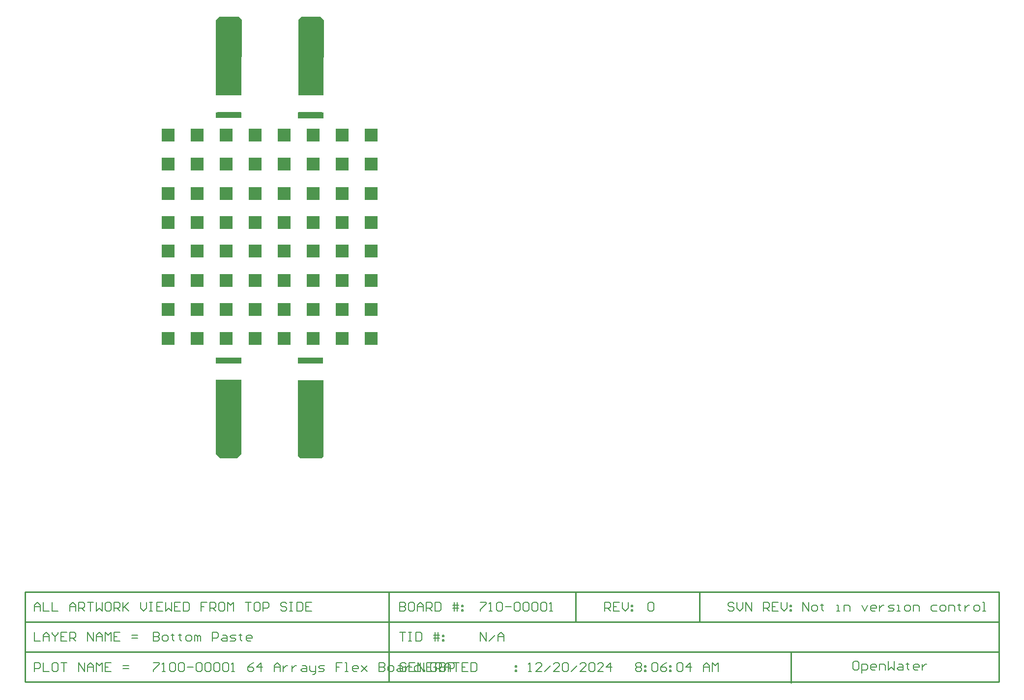
<source format=gbp>
G04*
G04 #@! TF.GenerationSoftware,Altium Limited,Altium Designer,24.3.1 (35)*
G04*
G04 Layer_Color=128*
%FSAX25Y25*%
%MOIN*%
G70*
G04*
G04 #@! TF.SameCoordinates,FD1E8778-55F6-401F-AF26-4ACC28CE7946*
G04*
G04*
G04 #@! TF.FilePolarity,Positive*
G04*
G01*
G75*
%ADD11C,0.01000*%
%ADD14C,0.00800*%
%ADD29R,0.09000X0.09000*%
%ADD30R,0.16000X0.04000*%
G36*
X0169405Y0244831D02*
X0186576D01*
Y0194405D01*
X0183703Y0191532D01*
X0172080Y0191532D01*
X0169140Y0194471D01*
X0169405Y0244831D01*
D02*
G37*
G36*
X0186494Y0255923D02*
X0169284D01*
Y0259923D01*
X0186515D01*
X0186494Y0255923D01*
D02*
G37*
G36*
X0225107Y0244531D02*
X0242276D01*
X0242276Y0192728D01*
X0240979Y0191431D01*
X0226479D01*
X0224836Y0193075D01*
X0225107Y0244531D01*
D02*
G37*
G36*
X0242096Y0255923D02*
X0224886D01*
Y0259931D01*
X0242117D01*
X0242096Y0255923D01*
D02*
G37*
G36*
X0186661Y0422532D02*
X0169467D01*
Y0426174D01*
X0186680D01*
X0186661Y0422532D01*
D02*
G37*
G36*
X0186549Y0437758D02*
X0169383D01*
X0169383Y0489035D01*
X0171580Y0491231D01*
X0184920D01*
X0186821Y0489330D01*
X0186549Y0437758D01*
D02*
G37*
G36*
X0242261Y0422331D02*
X0225067D01*
Y0426174D01*
X0242281D01*
X0242261Y0422331D01*
D02*
G37*
G36*
X0242351Y0437961D02*
X0225183D01*
Y0489253D01*
X0227161Y0491231D01*
X0240179Y0491231D01*
X0242619Y0488792D01*
X0242351Y0437961D01*
D02*
G37*
G54D11*
X0497200Y0080717D02*
Y0101050D01*
X0413200Y0080717D02*
Y0101050D01*
X0040000Y0080717D02*
X0700200D01*
X0040000Y0060383D02*
X0700000D01*
X0040000Y0040050D02*
X0440500D01*
X0040050Y0101050D02*
X0700200D01*
X0040050Y0040050D02*
Y0101050D01*
Y0040050D02*
X0197600D01*
X0040000D02*
Y0101050D01*
X0286500Y0040050D02*
Y0101050D01*
X0700200Y0040050D02*
Y0101050D01*
X0440500Y0040050D02*
X0700200D01*
X0559400Y0039400D02*
Y0059683D01*
G54D14*
X0126900Y0073549D02*
Y0067551D01*
X0129899D01*
X0130899Y0068550D01*
Y0069550D01*
X0129899Y0070550D01*
X0126900D01*
X0129899D01*
X0130899Y0071549D01*
Y0072549D01*
X0129899Y0073549D01*
X0126900D01*
X0133898Y0067551D02*
X0135897D01*
X0136897Y0068550D01*
Y0070550D01*
X0135897Y0071549D01*
X0133898D01*
X0132898Y0070550D01*
Y0068550D01*
X0133898Y0067551D01*
X0139896Y0072549D02*
Y0071549D01*
X0138896D01*
X0140895D01*
X0139896D01*
Y0068550D01*
X0140895Y0067551D01*
X0144894Y0072549D02*
Y0071549D01*
X0143895D01*
X0145894D01*
X0144894D01*
Y0068550D01*
X0145894Y0067551D01*
X0149893D02*
X0151892D01*
X0152892Y0068550D01*
Y0070550D01*
X0151892Y0071549D01*
X0149893D01*
X0148893Y0070550D01*
Y0068550D01*
X0149893Y0067551D01*
X0154891D02*
Y0071549D01*
X0155891D01*
X0156890Y0070550D01*
Y0067551D01*
Y0070550D01*
X0157890Y0071549D01*
X0158890Y0070550D01*
Y0067551D01*
X0166887D02*
Y0073549D01*
X0169886D01*
X0170886Y0072549D01*
Y0070550D01*
X0169886Y0069550D01*
X0166887D01*
X0173885Y0071549D02*
X0175884D01*
X0176884Y0070550D01*
Y0067551D01*
X0173885D01*
X0172885Y0068550D01*
X0173885Y0069550D01*
X0176884D01*
X0178883Y0067551D02*
X0181882D01*
X0182882Y0068550D01*
X0181882Y0069550D01*
X0179883D01*
X0178883Y0070550D01*
X0179883Y0071549D01*
X0182882D01*
X0185881Y0072549D02*
Y0071549D01*
X0184881D01*
X0186881D01*
X0185881D01*
Y0068550D01*
X0186881Y0067551D01*
X0192879D02*
X0190879D01*
X0189880Y0068550D01*
Y0070550D01*
X0190879Y0071549D01*
X0192879D01*
X0193878Y0070550D01*
Y0069550D01*
X0189880D01*
X0567400Y0087833D02*
Y0093831D01*
X0571399Y0087833D01*
Y0093831D01*
X0574398Y0087833D02*
X0576397D01*
X0577397Y0088833D01*
Y0090832D01*
X0576397Y0091832D01*
X0574398D01*
X0573398Y0090832D01*
Y0088833D01*
X0574398Y0087833D01*
X0580396Y0092832D02*
Y0091832D01*
X0579396D01*
X0581395D01*
X0580396D01*
Y0088833D01*
X0581395Y0087833D01*
X0590393D02*
X0592392D01*
X0591392D01*
Y0091832D01*
X0590393D01*
X0595391Y0087833D02*
Y0091832D01*
X0598390D01*
X0599390Y0090832D01*
Y0087833D01*
X0607387Y0091832D02*
X0609386Y0087833D01*
X0611386Y0091832D01*
X0616384Y0087833D02*
X0614385D01*
X0613385Y0088833D01*
Y0090832D01*
X0614385Y0091832D01*
X0616384D01*
X0617384Y0090832D01*
Y0089833D01*
X0613385D01*
X0619383Y0091832D02*
Y0087833D01*
Y0089833D01*
X0620383Y0090832D01*
X0621383Y0091832D01*
X0622382D01*
X0625381Y0087833D02*
X0628380D01*
X0629380Y0088833D01*
X0628380Y0089833D01*
X0626381D01*
X0625381Y0090832D01*
X0626381Y0091832D01*
X0629380D01*
X0631379Y0087833D02*
X0633379D01*
X0632379D01*
Y0091832D01*
X0631379D01*
X0637377Y0087833D02*
X0639377D01*
X0640376Y0088833D01*
Y0090832D01*
X0639377Y0091832D01*
X0637377D01*
X0636378Y0090832D01*
Y0088833D01*
X0637377Y0087833D01*
X0642376D02*
Y0091832D01*
X0645375D01*
X0646374Y0090832D01*
Y0087833D01*
X0658371Y0091832D02*
X0655372D01*
X0654372Y0090832D01*
Y0088833D01*
X0655372Y0087833D01*
X0658371D01*
X0661370D02*
X0663369D01*
X0664369Y0088833D01*
Y0090832D01*
X0663369Y0091832D01*
X0661370D01*
X0660370Y0090832D01*
Y0088833D01*
X0661370Y0087833D01*
X0666368D02*
Y0091832D01*
X0669367D01*
X0670367Y0090832D01*
Y0087833D01*
X0673366Y0092832D02*
Y0091832D01*
X0672366D01*
X0674365D01*
X0673366D01*
Y0088833D01*
X0674365Y0087833D01*
X0677364Y0091832D02*
Y0087833D01*
Y0089833D01*
X0678364Y0090832D01*
X0679364Y0091832D01*
X0680364D01*
X0684362Y0087833D02*
X0686362D01*
X0687361Y0088833D01*
Y0090832D01*
X0686362Y0091832D01*
X0684362D01*
X0683362Y0090832D01*
Y0088833D01*
X0684362Y0087833D01*
X0689361D02*
X0691360D01*
X0690360D01*
Y0093831D01*
X0689361D01*
X0520799Y0092832D02*
X0519799Y0093831D01*
X0517800D01*
X0516800Y0092832D01*
Y0091832D01*
X0517800Y0090832D01*
X0519799D01*
X0520799Y0089833D01*
Y0088833D01*
X0519799Y0087833D01*
X0517800D01*
X0516800Y0088833D01*
X0522798Y0093831D02*
Y0089833D01*
X0524797Y0087833D01*
X0526797Y0089833D01*
Y0093831D01*
X0528796Y0087833D02*
Y0093831D01*
X0532795Y0087833D01*
Y0093831D01*
X0540792Y0087833D02*
Y0093831D01*
X0543791D01*
X0544791Y0092832D01*
Y0090832D01*
X0543791Y0089833D01*
X0540792D01*
X0542792D02*
X0544791Y0087833D01*
X0550789Y0093831D02*
X0546790D01*
Y0087833D01*
X0550789D01*
X0546790Y0090832D02*
X0548790D01*
X0552788Y0093831D02*
Y0089833D01*
X0554788Y0087833D01*
X0556787Y0089833D01*
Y0093831D01*
X0558786Y0091832D02*
X0559786D01*
Y0090832D01*
X0558786D01*
Y0091832D01*
Y0088833D02*
X0559786D01*
Y0087833D01*
X0558786D01*
Y0088833D01*
X0433000Y0087833D02*
Y0093831D01*
X0435999D01*
X0436999Y0092832D01*
Y0090832D01*
X0435999Y0089833D01*
X0433000D01*
X0434999D02*
X0436999Y0087833D01*
X0442997Y0093831D02*
X0438998D01*
Y0087833D01*
X0442997D01*
X0438998Y0090832D02*
X0440997D01*
X0444996Y0093831D02*
Y0089833D01*
X0446995Y0087833D01*
X0448995Y0089833D01*
Y0093831D01*
X0450994Y0091832D02*
X0451994D01*
Y0090832D01*
X0450994D01*
Y0091832D01*
Y0088833D02*
X0451994D01*
Y0087833D01*
X0450994D01*
Y0088833D01*
X0126900Y0052965D02*
X0130899D01*
Y0051965D01*
X0126900Y0047966D01*
Y0046966D01*
X0132898D02*
X0134897D01*
X0133898D01*
Y0052965D01*
X0132898Y0051965D01*
X0137896D02*
X0138896Y0052965D01*
X0140895D01*
X0141895Y0051965D01*
Y0047966D01*
X0140895Y0046966D01*
X0138896D01*
X0137896Y0047966D01*
Y0051965D01*
X0143895D02*
X0144894Y0052965D01*
X0146894D01*
X0147893Y0051965D01*
Y0047966D01*
X0146894Y0046966D01*
X0144894D01*
X0143895Y0047966D01*
Y0051965D01*
X0149893Y0049966D02*
X0153891D01*
X0155891Y0051965D02*
X0156890Y0052965D01*
X0158890D01*
X0159889Y0051965D01*
Y0047966D01*
X0158890Y0046966D01*
X0156890D01*
X0155891Y0047966D01*
Y0051965D01*
X0161889D02*
X0162888Y0052965D01*
X0164888D01*
X0165887Y0051965D01*
Y0047966D01*
X0164888Y0046966D01*
X0162888D01*
X0161889Y0047966D01*
Y0051965D01*
X0167887D02*
X0168886Y0052965D01*
X0170886D01*
X0171885Y0051965D01*
Y0047966D01*
X0170886Y0046966D01*
X0168886D01*
X0167887Y0047966D01*
Y0051965D01*
X0173885D02*
X0174884Y0052965D01*
X0176884D01*
X0177884Y0051965D01*
Y0047966D01*
X0176884Y0046966D01*
X0174884D01*
X0173885Y0047966D01*
Y0051965D01*
X0179883Y0046966D02*
X0181882D01*
X0180883D01*
Y0052965D01*
X0179883Y0051965D01*
X0194878Y0052965D02*
X0192879Y0051965D01*
X0190879Y0049966D01*
Y0047966D01*
X0191879Y0046966D01*
X0193878D01*
X0194878Y0047966D01*
Y0048966D01*
X0193878Y0049966D01*
X0190879D01*
X0199876Y0046966D02*
Y0052965D01*
X0196877Y0049966D01*
X0200876D01*
X0208874Y0046966D02*
Y0050965D01*
X0210873Y0052965D01*
X0212872Y0050965D01*
Y0046966D01*
Y0049966D01*
X0208874D01*
X0214872Y0050965D02*
Y0046966D01*
Y0048966D01*
X0215871Y0049966D01*
X0216871Y0050965D01*
X0217871D01*
X0220870D02*
Y0046966D01*
Y0048966D01*
X0221869Y0049966D01*
X0222869Y0050965D01*
X0223869D01*
X0227867D02*
X0229867D01*
X0230866Y0049966D01*
Y0046966D01*
X0227867D01*
X0226868Y0047966D01*
X0227867Y0048966D01*
X0230866D01*
X0232866Y0050965D02*
Y0047966D01*
X0233865Y0046966D01*
X0236864D01*
Y0045967D01*
X0235865Y0044967D01*
X0234865D01*
X0236864Y0046966D02*
Y0050965D01*
X0238864Y0046966D02*
X0241863D01*
X0242863Y0047966D01*
X0241863Y0048966D01*
X0239863D01*
X0238864Y0049966D01*
X0239863Y0050965D01*
X0242863D01*
X0254859Y0052965D02*
X0250860D01*
Y0049966D01*
X0252859D01*
X0250860D01*
Y0046966D01*
X0256858D02*
X0258857D01*
X0257858D01*
Y0052965D01*
X0256858D01*
X0264855Y0046966D02*
X0262856D01*
X0261856Y0047966D01*
Y0049966D01*
X0262856Y0050965D01*
X0264855D01*
X0265855Y0049966D01*
Y0048966D01*
X0261856D01*
X0267854Y0050965D02*
X0271853Y0046966D01*
X0269854Y0048966D01*
X0271853Y0050965D01*
X0267854Y0046966D01*
X0279851Y0052965D02*
Y0046966D01*
X0282850D01*
X0283849Y0047966D01*
Y0048966D01*
X0282850Y0049966D01*
X0279851D01*
X0282850D01*
X0283849Y0050965D01*
Y0051965D01*
X0282850Y0052965D01*
X0279851D01*
X0286848Y0046966D02*
X0288848D01*
X0289847Y0047966D01*
Y0049966D01*
X0288848Y0050965D01*
X0286848D01*
X0285849Y0049966D01*
Y0047966D01*
X0286848Y0046966D01*
X0292846Y0050965D02*
X0294846D01*
X0295845Y0049966D01*
Y0046966D01*
X0292846D01*
X0291847Y0047966D01*
X0292846Y0048966D01*
X0295845D01*
X0297845Y0050965D02*
Y0046966D01*
Y0048966D01*
X0298844Y0049966D01*
X0299844Y0050965D01*
X0300844D01*
X0307841Y0052965D02*
Y0046966D01*
X0304842D01*
X0303843Y0047966D01*
Y0049966D01*
X0304842Y0050965D01*
X0307841D01*
X0309841Y0046966D02*
Y0047966D01*
X0310841D01*
Y0046966D01*
X0309841D01*
X0318838Y0051965D02*
X0317838Y0052965D01*
X0315839D01*
X0314839Y0051965D01*
Y0047966D01*
X0315839Y0046966D01*
X0317838D01*
X0318838Y0047966D01*
Y0049966D01*
X0316839D01*
X0320837Y0052965D02*
Y0046966D01*
X0323836D01*
X0324836Y0047966D01*
Y0048966D01*
X0323836Y0049966D01*
X0320837D01*
X0323836D01*
X0324836Y0050965D01*
Y0051965D01*
X0323836Y0052965D01*
X0320837D01*
X0326835Y0046966D02*
Y0052965D01*
X0329834D01*
X0330834Y0051965D01*
Y0049966D01*
X0329834Y0048966D01*
X0326835D01*
X0381150Y0046966D02*
X0383149D01*
X0382150D01*
Y0052965D01*
X0381150Y0051965D01*
X0390147Y0046966D02*
X0386148D01*
X0390147Y0050965D01*
Y0051965D01*
X0389147Y0052965D01*
X0387148D01*
X0386148Y0051965D01*
X0392146Y0046966D02*
X0396145Y0050965D01*
X0402143Y0046966D02*
X0398145D01*
X0402143Y0050965D01*
Y0051965D01*
X0401144Y0052965D01*
X0399144D01*
X0398145Y0051965D01*
X0404143D02*
X0405142Y0052965D01*
X0407142D01*
X0408141Y0051965D01*
Y0047966D01*
X0407142Y0046966D01*
X0405142D01*
X0404143Y0047966D01*
Y0051965D01*
X0410141Y0046966D02*
X0414139Y0050965D01*
X0420137Y0046966D02*
X0416139D01*
X0420137Y0050965D01*
Y0051965D01*
X0419138Y0052965D01*
X0417138D01*
X0416139Y0051965D01*
X0422137D02*
X0423136Y0052965D01*
X0425136D01*
X0426135Y0051965D01*
Y0047966D01*
X0425136Y0046966D01*
X0423136D01*
X0422137Y0047966D01*
Y0051965D01*
X0432133Y0046966D02*
X0428135D01*
X0432133Y0050965D01*
Y0051965D01*
X0431134Y0052965D01*
X0429135D01*
X0428135Y0051965D01*
X0437132Y0046966D02*
Y0052965D01*
X0434133Y0049966D01*
X0438132D01*
X0298199Y0051965D02*
X0297199Y0052965D01*
X0295200D01*
X0294200Y0051965D01*
Y0047966D01*
X0295200Y0046966D01*
X0297199D01*
X0298199Y0047966D01*
Y0049966D01*
X0296199D01*
X0304197Y0052965D02*
X0300198D01*
Y0046966D01*
X0304197D01*
X0300198Y0049966D02*
X0302197D01*
X0306196Y0046966D02*
Y0052965D01*
X0310195Y0046966D01*
Y0052965D01*
X0316193D02*
X0312194D01*
Y0046966D01*
X0316193D01*
X0312194Y0049966D02*
X0314194D01*
X0318192Y0046966D02*
Y0052965D01*
X0321191D01*
X0322191Y0051965D01*
Y0049966D01*
X0321191Y0048966D01*
X0318192D01*
X0320192D02*
X0322191Y0046966D01*
X0324190D02*
Y0050965D01*
X0326190Y0052965D01*
X0328189Y0050965D01*
Y0046966D01*
Y0049966D01*
X0324190D01*
X0330188Y0052965D02*
X0334187D01*
X0332188D01*
Y0046966D01*
X0340185Y0052965D02*
X0336186D01*
Y0046966D01*
X0340185D01*
X0336186Y0049966D02*
X0338186D01*
X0342184Y0052965D02*
Y0046966D01*
X0345183D01*
X0346183Y0047966D01*
Y0051965D01*
X0345183Y0052965D01*
X0342184D01*
X0372175Y0050965D02*
X0373175D01*
Y0049966D01*
X0372175D01*
Y0050965D01*
Y0047966D02*
X0373175D01*
Y0046966D01*
X0372175D01*
Y0047966D01*
X0046350Y0087833D02*
Y0091832D01*
X0048349Y0093831D01*
X0050349Y0091832D01*
Y0087833D01*
Y0090832D01*
X0046350D01*
X0052348Y0093831D02*
Y0087833D01*
X0056347D01*
X0058346Y0093831D02*
Y0087833D01*
X0062345D01*
X0070342D02*
Y0091832D01*
X0072342Y0093831D01*
X0074341Y0091832D01*
Y0087833D01*
Y0090832D01*
X0070342D01*
X0076340Y0087833D02*
Y0093831D01*
X0079339D01*
X0080339Y0092832D01*
Y0090832D01*
X0079339Y0089833D01*
X0076340D01*
X0078340D02*
X0080339Y0087833D01*
X0082338Y0093831D02*
X0086337D01*
X0084338D01*
Y0087833D01*
X0088336Y0093831D02*
Y0087833D01*
X0090336Y0089833D01*
X0092335Y0087833D01*
Y0093831D01*
X0097334D02*
X0095334D01*
X0094335Y0092832D01*
Y0088833D01*
X0095334Y0087833D01*
X0097334D01*
X0098333Y0088833D01*
Y0092832D01*
X0097334Y0093831D01*
X0100332Y0087833D02*
Y0093831D01*
X0103332D01*
X0104331Y0092832D01*
Y0090832D01*
X0103332Y0089833D01*
X0100332D01*
X0102332D02*
X0104331Y0087833D01*
X0106331Y0093831D02*
Y0087833D01*
Y0089833D01*
X0110329Y0093831D01*
X0107330Y0090832D01*
X0110329Y0087833D01*
X0118327Y0093831D02*
Y0089833D01*
X0120326Y0087833D01*
X0122325Y0089833D01*
Y0093831D01*
X0124325D02*
X0126324D01*
X0125324D01*
Y0087833D01*
X0124325D01*
X0126324D01*
X0133322Y0093831D02*
X0129323D01*
Y0087833D01*
X0133322D01*
X0129323Y0090832D02*
X0131323D01*
X0135321Y0093831D02*
Y0087833D01*
X0137321Y0089833D01*
X0139320Y0087833D01*
Y0093831D01*
X0145318D02*
X0141319D01*
Y0087833D01*
X0145318D01*
X0141319Y0090832D02*
X0143319D01*
X0147317Y0093831D02*
Y0087833D01*
X0150316D01*
X0151316Y0088833D01*
Y0092832D01*
X0150316Y0093831D01*
X0147317D01*
X0163312D02*
X0159313D01*
Y0090832D01*
X0161313D01*
X0159313D01*
Y0087833D01*
X0165312D02*
Y0093831D01*
X0168310D01*
X0169310Y0092832D01*
Y0090832D01*
X0168310Y0089833D01*
X0165312D01*
X0167311D02*
X0169310Y0087833D01*
X0174309Y0093831D02*
X0172309D01*
X0171310Y0092832D01*
Y0088833D01*
X0172309Y0087833D01*
X0174309D01*
X0175308Y0088833D01*
Y0092832D01*
X0174309Y0093831D01*
X0177308Y0087833D02*
Y0093831D01*
X0179307Y0091832D01*
X0181306Y0093831D01*
Y0087833D01*
X0189304Y0093831D02*
X0193303D01*
X0191303D01*
Y0087833D01*
X0198301Y0093831D02*
X0196301D01*
X0195302Y0092832D01*
Y0088833D01*
X0196301Y0087833D01*
X0198301D01*
X0199301Y0088833D01*
Y0092832D01*
X0198301Y0093831D01*
X0201300Y0087833D02*
Y0093831D01*
X0204299D01*
X0205299Y0092832D01*
Y0090832D01*
X0204299Y0089833D01*
X0201300D01*
X0217295Y0092832D02*
X0216295Y0093831D01*
X0214296D01*
X0213296Y0092832D01*
Y0091832D01*
X0214296Y0090832D01*
X0216295D01*
X0217295Y0089833D01*
Y0088833D01*
X0216295Y0087833D01*
X0214296D01*
X0213296Y0088833D01*
X0219294Y0093831D02*
X0221293D01*
X0220294D01*
Y0087833D01*
X0219294D01*
X0221293D01*
X0224292Y0093831D02*
Y0087833D01*
X0227291D01*
X0228291Y0088833D01*
Y0092832D01*
X0227291Y0093831D01*
X0224292D01*
X0234289D02*
X0230291D01*
Y0087833D01*
X0234289D01*
X0230291Y0090832D02*
X0232290D01*
X0462150Y0092832D02*
X0463150Y0093831D01*
X0465149D01*
X0466149Y0092832D01*
Y0088833D01*
X0465149Y0087833D01*
X0463150D01*
X0462150Y0088833D01*
Y0092832D01*
X0348550Y0093831D02*
X0352549D01*
Y0092832D01*
X0348550Y0088833D01*
Y0087833D01*
X0354548D02*
X0356547D01*
X0355548D01*
Y0093831D01*
X0354548Y0092832D01*
X0359546D02*
X0360546Y0093831D01*
X0362545D01*
X0363545Y0092832D01*
Y0088833D01*
X0362545Y0087833D01*
X0360546D01*
X0359546Y0088833D01*
Y0092832D01*
X0365545Y0090832D02*
X0369543D01*
X0371543Y0092832D02*
X0372542Y0093831D01*
X0374542D01*
X0375541Y0092832D01*
Y0088833D01*
X0374542Y0087833D01*
X0372542D01*
X0371543Y0088833D01*
Y0092832D01*
X0377541D02*
X0378540Y0093831D01*
X0380540D01*
X0381539Y0092832D01*
Y0088833D01*
X0380540Y0087833D01*
X0378540D01*
X0377541Y0088833D01*
Y0092832D01*
X0383539D02*
X0384538Y0093831D01*
X0386538D01*
X0387537Y0092832D01*
Y0088833D01*
X0386538Y0087833D01*
X0384538D01*
X0383539Y0088833D01*
Y0092832D01*
X0389537D02*
X0390536Y0093831D01*
X0392536D01*
X0393535Y0092832D01*
Y0088833D01*
X0392536Y0087833D01*
X0390536D01*
X0389537Y0088833D01*
Y0092832D01*
X0395535Y0087833D02*
X0397534D01*
X0396534D01*
Y0093831D01*
X0395535Y0092832D01*
X0294000Y0093831D02*
Y0087833D01*
X0296999D01*
X0297999Y0088833D01*
Y0089833D01*
X0296999Y0090832D01*
X0294000D01*
X0296999D01*
X0297999Y0091832D01*
Y0092832D01*
X0296999Y0093831D01*
X0294000D01*
X0302997D02*
X0300998D01*
X0299998Y0092832D01*
Y0088833D01*
X0300998Y0087833D01*
X0302997D01*
X0303997Y0088833D01*
Y0092832D01*
X0302997Y0093831D01*
X0305996Y0087833D02*
Y0091832D01*
X0307996Y0093831D01*
X0309995Y0091832D01*
Y0087833D01*
Y0090832D01*
X0305996D01*
X0311994Y0087833D02*
Y0093831D01*
X0314993D01*
X0315993Y0092832D01*
Y0090832D01*
X0314993Y0089833D01*
X0311994D01*
X0313994D02*
X0315993Y0087833D01*
X0317992Y0093831D02*
Y0087833D01*
X0320991D01*
X0321991Y0088833D01*
Y0092832D01*
X0320991Y0093831D01*
X0317992D01*
X0330988Y0087833D02*
Y0093831D01*
X0332987D02*
Y0087833D01*
X0329988Y0091832D02*
X0332987D01*
X0333987D01*
X0329988Y0089833D02*
X0333987D01*
X0335986Y0091832D02*
X0336986D01*
Y0090832D01*
X0335986D01*
Y0091832D01*
Y0088833D02*
X0336986D01*
Y0087833D01*
X0335986D01*
Y0088833D01*
X0046350Y0073549D02*
Y0067551D01*
X0050349D01*
X0052348D02*
Y0071549D01*
X0054347Y0073549D01*
X0056347Y0071549D01*
Y0067551D01*
Y0070550D01*
X0052348D01*
X0058346Y0073549D02*
Y0072549D01*
X0060346Y0070550D01*
X0062345Y0072549D01*
Y0073549D01*
X0060346Y0070550D02*
Y0067551D01*
X0068343Y0073549D02*
X0064344D01*
Y0067551D01*
X0068343D01*
X0064344Y0070550D02*
X0066343D01*
X0070342Y0067551D02*
Y0073549D01*
X0073341D01*
X0074341Y0072549D01*
Y0070550D01*
X0073341Y0069550D01*
X0070342D01*
X0072342D02*
X0074341Y0067551D01*
X0082338D02*
Y0073549D01*
X0086337Y0067551D01*
Y0073549D01*
X0088336Y0067551D02*
Y0071549D01*
X0090336Y0073549D01*
X0092335Y0071549D01*
Y0067551D01*
Y0070550D01*
X0088336D01*
X0094335Y0067551D02*
Y0073549D01*
X0096334Y0071549D01*
X0098333Y0073549D01*
Y0067551D01*
X0104331Y0073549D02*
X0100332D01*
Y0067551D01*
X0104331D01*
X0100332Y0070550D02*
X0102332D01*
X0112329Y0069550D02*
X0116327D01*
X0112329Y0071549D02*
X0116327D01*
X0046350Y0046966D02*
Y0052965D01*
X0049349D01*
X0050349Y0051965D01*
Y0049966D01*
X0049349Y0048966D01*
X0046350D01*
X0052348Y0052965D02*
Y0046966D01*
X0056347D01*
X0061345Y0052965D02*
X0059346D01*
X0058346Y0051965D01*
Y0047966D01*
X0059346Y0046966D01*
X0061345D01*
X0062345Y0047966D01*
Y0051965D01*
X0061345Y0052965D01*
X0064344D02*
X0068343D01*
X0066343D01*
Y0046966D01*
X0076340D02*
Y0052965D01*
X0080339Y0046966D01*
Y0052965D01*
X0082338Y0046966D02*
Y0050965D01*
X0084338Y0052965D01*
X0086337Y0050965D01*
Y0046966D01*
Y0049966D01*
X0082338D01*
X0088336Y0046966D02*
Y0052965D01*
X0090336Y0050965D01*
X0092335Y0052965D01*
Y0046966D01*
X0098333Y0052965D02*
X0094335D01*
Y0046966D01*
X0098333D01*
X0094335Y0049966D02*
X0096334D01*
X0106331Y0048966D02*
X0110329D01*
X0106331Y0050965D02*
X0110329D01*
X0454050Y0051965D02*
X0455050Y0052965D01*
X0457049D01*
X0458049Y0051965D01*
Y0050965D01*
X0457049Y0049966D01*
X0458049Y0048966D01*
Y0047966D01*
X0457049Y0046966D01*
X0455050D01*
X0454050Y0047966D01*
Y0048966D01*
X0455050Y0049966D01*
X0454050Y0050965D01*
Y0051965D01*
X0455050Y0049966D02*
X0457049D01*
X0460048Y0050965D02*
X0461048D01*
Y0049966D01*
X0460048D01*
Y0050965D01*
Y0047966D02*
X0461048D01*
Y0046966D01*
X0460048D01*
Y0047966D01*
X0465046Y0051965D02*
X0466046Y0052965D01*
X0468046D01*
X0469045Y0051965D01*
Y0047966D01*
X0468046Y0046966D01*
X0466046D01*
X0465046Y0047966D01*
Y0051965D01*
X0475043Y0052965D02*
X0473044Y0051965D01*
X0471044Y0049966D01*
Y0047966D01*
X0472044Y0046966D01*
X0474044D01*
X0475043Y0047966D01*
Y0048966D01*
X0474044Y0049966D01*
X0471044D01*
X0477043Y0050965D02*
X0478042D01*
Y0049966D01*
X0477043D01*
Y0050965D01*
Y0047966D02*
X0478042D01*
Y0046966D01*
X0477043D01*
Y0047966D01*
X0482041Y0051965D02*
X0483041Y0052965D01*
X0485040D01*
X0486040Y0051965D01*
Y0047966D01*
X0485040Y0046966D01*
X0483041D01*
X0482041Y0047966D01*
Y0051965D01*
X0491038Y0046966D02*
Y0052965D01*
X0488039Y0049966D01*
X0492038D01*
X0500035Y0046966D02*
Y0050965D01*
X0502035Y0052965D01*
X0504034Y0050965D01*
Y0046966D01*
Y0049966D01*
X0500035D01*
X0506033Y0046966D02*
Y0052965D01*
X0508033Y0050965D01*
X0510032Y0052965D01*
Y0046966D01*
X0604409Y0053922D02*
X0602409D01*
X0601409Y0052922D01*
Y0048923D01*
X0602409Y0047924D01*
X0604409D01*
X0605408Y0048923D01*
Y0052922D01*
X0604409Y0053922D01*
X0607408Y0045924D02*
Y0051922D01*
X0610407D01*
X0611406Y0050923D01*
Y0048923D01*
X0610407Y0047924D01*
X0607408D01*
X0616405D02*
X0614405D01*
X0613406Y0048923D01*
Y0050923D01*
X0614405Y0051922D01*
X0616405D01*
X0617404Y0050923D01*
Y0049923D01*
X0613406D01*
X0619404Y0047924D02*
Y0051922D01*
X0622403D01*
X0623402Y0050923D01*
Y0047924D01*
X0625402Y0053922D02*
Y0047924D01*
X0627401Y0049923D01*
X0629400Y0047924D01*
Y0053922D01*
X0632400Y0051922D02*
X0634399D01*
X0635398Y0050923D01*
Y0047924D01*
X0632400D01*
X0631400Y0048923D01*
X0632400Y0049923D01*
X0635398D01*
X0638398Y0052922D02*
Y0051922D01*
X0637398D01*
X0639397D01*
X0638398D01*
Y0048923D01*
X0639397Y0047924D01*
X0645395D02*
X0643396D01*
X0642396Y0048923D01*
Y0050923D01*
X0643396Y0051922D01*
X0645395D01*
X0646395Y0050923D01*
Y0049923D01*
X0642396D01*
X0648394Y0051922D02*
Y0047924D01*
Y0049923D01*
X0649394Y0050923D01*
X0650394Y0051922D01*
X0651393D01*
X0294000Y0073498D02*
X0297999D01*
X0295999D01*
Y0067500D01*
X0299998Y0073498D02*
X0301997D01*
X0300998D01*
Y0067500D01*
X0299998D01*
X0301997D01*
X0304996Y0073498D02*
Y0067500D01*
X0307996D01*
X0308995Y0068500D01*
Y0072498D01*
X0307996Y0073498D01*
X0304996D01*
X0317992Y0067500D02*
Y0073498D01*
X0319992D02*
Y0067500D01*
X0316993Y0071499D02*
X0319992D01*
X0320991D01*
X0316993Y0069499D02*
X0320991D01*
X0322991Y0071499D02*
X0323990D01*
Y0070499D01*
X0322991D01*
Y0071499D01*
Y0068500D02*
X0323990D01*
Y0067500D01*
X0322991D01*
Y0068500D01*
X0348550Y0067500D02*
Y0073498D01*
X0352549Y0067500D01*
Y0073498D01*
X0354548Y0067500D02*
X0358547Y0071499D01*
X0360546Y0067500D02*
Y0071499D01*
X0362545Y0073498D01*
X0364545Y0071499D01*
Y0067500D01*
Y0070499D01*
X0360546D01*
G54D29*
X0136838Y0410796D02*
D03*
X0156538D02*
D03*
X0176238D02*
D03*
X0195838D02*
D03*
X0215538D02*
D03*
X0235238D02*
D03*
X0254938D02*
D03*
X0274638D02*
D03*
X0136838Y0391096D02*
D03*
X0156538D02*
D03*
X0176238D02*
D03*
X0195838D02*
D03*
X0215538D02*
D03*
X0235238D02*
D03*
X0254938D02*
D03*
X0274638D02*
D03*
X0136838Y0371396D02*
D03*
X0156538D02*
D03*
X0176238D02*
D03*
X0195838D02*
D03*
X0215538D02*
D03*
X0235238D02*
D03*
X0254938D02*
D03*
X0274638D02*
D03*
X0136838Y0351696D02*
D03*
X0156538D02*
D03*
X0176238D02*
D03*
X0195838D02*
D03*
X0215538D02*
D03*
X0235238D02*
D03*
X0254938D02*
D03*
X0274638D02*
D03*
X0136838Y0332096D02*
D03*
X0156538D02*
D03*
X0176238D02*
D03*
X0195838D02*
D03*
X0215538D02*
D03*
X0235238D02*
D03*
X0254938D02*
D03*
X0274638D02*
D03*
X0136838Y0312396D02*
D03*
X0156538D02*
D03*
X0176238D02*
D03*
X0195838D02*
D03*
X0215538D02*
D03*
X0235238D02*
D03*
X0254938D02*
D03*
X0274638D02*
D03*
X0136838Y0292696D02*
D03*
X0156538D02*
D03*
X0176238D02*
D03*
X0195838D02*
D03*
X0215538D02*
D03*
X0235238D02*
D03*
X0254938D02*
D03*
X0274638D02*
D03*
X0136838Y0272996D02*
D03*
X0156538D02*
D03*
X0176238D02*
D03*
X0195838D02*
D03*
X0215538D02*
D03*
X0235238D02*
D03*
X0254938D02*
D03*
X0274638D02*
D03*
G54D30*
X0178038Y0257996D02*
D03*
X0233338Y0257896D02*
D03*
X0178338Y0424496D02*
D03*
X0233238D02*
D03*
M02*

</source>
